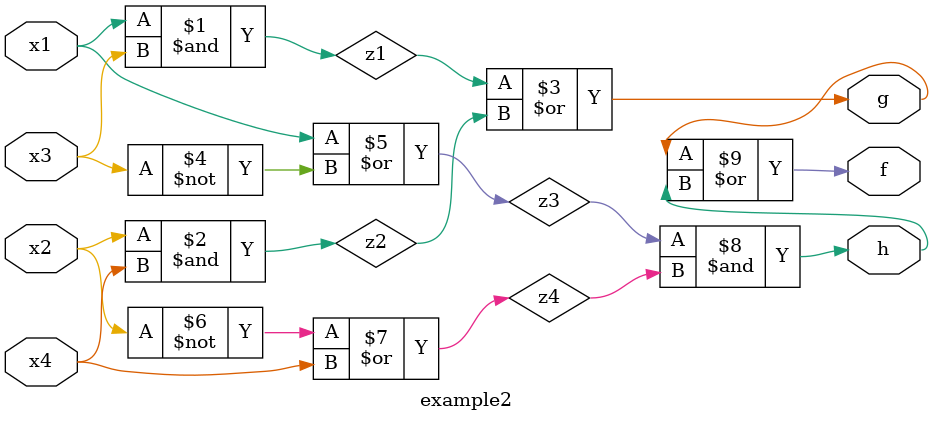
<source format=v>
module example2 (x1, x2, x3, x4, f, g, h);
	input x1, x2, x3, x4;
	output f, g, h;

	and (z1, x1, x3);
	and (z2, x2, x4);
	or (g, z1, z2);
	or (z3, x1, ~x3);
	or (z4, ~x2, x4);
	and (h, z3, z4);
	or (f, g, h);

endmodule

</source>
